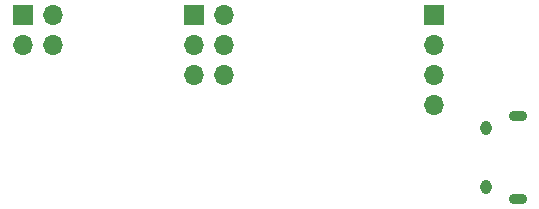
<source format=gbr>
%TF.GenerationSoftware,KiCad,Pcbnew,8.0.0*%
%TF.CreationDate,2024-02-26T11:32:59-08:00*%
%TF.ProjectId,gotek-breakout,676f7465-6b2d-4627-9265-616b6f75742e,rev?*%
%TF.SameCoordinates,Original*%
%TF.FileFunction,Soldermask,Bot*%
%TF.FilePolarity,Negative*%
%FSLAX46Y46*%
G04 Gerber Fmt 4.6, Leading zero omitted, Abs format (unit mm)*
G04 Created by KiCad (PCBNEW 8.0.0) date 2024-02-26 11:32:59*
%MOMM*%
%LPD*%
G01*
G04 APERTURE LIST*
%ADD10R,1.700000X1.700000*%
%ADD11O,1.700000X1.700000*%
%ADD12O,1.550000X0.890000*%
%ADD13O,0.950000X1.250000*%
G04 APERTURE END LIST*
D10*
%TO.C,J8*%
X64725000Y-100225000D03*
D11*
X67265000Y-100225000D03*
X64725000Y-102765000D03*
X67265000Y-102765000D03*
X64725000Y-105305000D03*
X67265000Y-105305000D03*
%TD*%
D10*
%TO.C,J7*%
X50210000Y-100210000D03*
D11*
X52750000Y-100210000D03*
X50210000Y-102750000D03*
X52750000Y-102750000D03*
%TD*%
D12*
%TO.C,J12*%
X92100000Y-115750000D03*
D13*
X89400000Y-114749999D03*
X89400000Y-109750001D03*
D12*
X92100000Y-108750000D03*
%TD*%
D10*
%TO.C,J11*%
X85000000Y-100200000D03*
D11*
X85000000Y-102740000D03*
X85000000Y-105280000D03*
X85000000Y-107820000D03*
%TD*%
M02*

</source>
